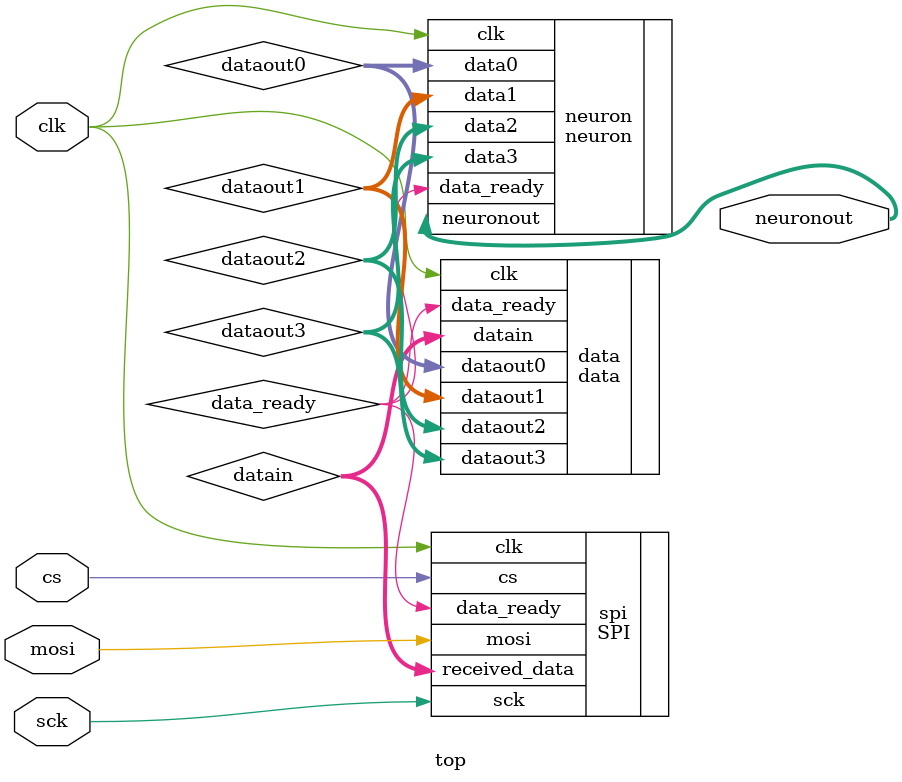
<source format=v>
`timescale 1ns / 10ps

module top (input clk,
				input cs,
				input sck,
				input mosi,
				output [7:0] neuronout);

wire [7:0] dataout0;
wire [7:0] dataout1;
wire [7:0] dataout2;
wire [7:0] dataout3;
wire data_ready;
wire [7:0] datain;

SPI spi(
	.clk(clk), 
	.cs(cs), 
	.sck(sck), 
	.mosi(mosi),
	.received_data(datain),
	.data_ready(data_ready)
);

data data(
	.clk(clk),
	.datain(datain),
	.dataout0(dataout0),
	.dataout1(dataout1),
	.dataout2(dataout2),
	.dataout3(dataout3),
	.data_ready(data_ready)
);

neuron neuron(
	.clk(clk),
	.data_ready(data_ready),
	.data0(dataout0),
	.data1(dataout1),
	.data2(dataout2),
	.data3(dataout3),
	.neuronout(neuronout)
);

				
endmodule 
</source>
